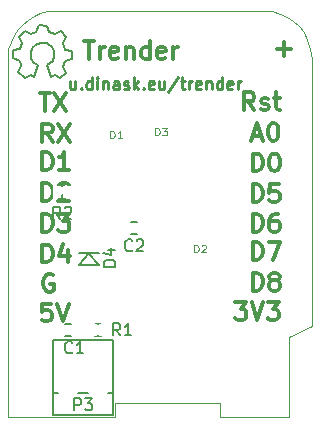
<source format=gto>
G04 #@! TF.FileFunction,Legend,Top*
%FSLAX46Y46*%
G04 Gerber Fmt 4.6, Leading zero omitted, Abs format (unit mm)*
G04 Created by KiCad (PCBNEW 4.0.2+dfsg1-2~bpo8+1-stable) date mer. 29 juin 2016 11:45:21 CEST*
%MOMM*%
G01*
G04 APERTURE LIST*
%ADD10C,0.100000*%
%ADD11C,0.300000*%
%ADD12C,0.250000*%
%ADD13C,0.150000*%
%ADD14C,0.050000*%
%ADD15R,2.200000X2.200000*%
%ADD16O,2.200000X2.200000*%
%ADD17R,1.000000X0.900000*%
%ADD18R,1.900000X1.400000*%
%ADD19O,1.906220X3.414980*%
%ADD20R,0.800000X1.000000*%
%ADD21R,2.099260X1.700480*%
G04 APERTURE END LIST*
D10*
D11*
X148780572Y-81641143D02*
X149923429Y-81641143D01*
X149352000Y-82212571D02*
X149352000Y-81069714D01*
X132398001Y-80966571D02*
X133255144Y-80966571D01*
X132826573Y-82466571D02*
X132826573Y-80966571D01*
X133755144Y-82466571D02*
X133755144Y-81466571D01*
X133755144Y-81752286D02*
X133826572Y-81609429D01*
X133898001Y-81538000D01*
X134040858Y-81466571D01*
X134183715Y-81466571D01*
X135255143Y-82395143D02*
X135112286Y-82466571D01*
X134826572Y-82466571D01*
X134683715Y-82395143D01*
X134612286Y-82252286D01*
X134612286Y-81680857D01*
X134683715Y-81538000D01*
X134826572Y-81466571D01*
X135112286Y-81466571D01*
X135255143Y-81538000D01*
X135326572Y-81680857D01*
X135326572Y-81823714D01*
X134612286Y-81966571D01*
X135969429Y-81466571D02*
X135969429Y-82466571D01*
X135969429Y-81609429D02*
X136040857Y-81538000D01*
X136183715Y-81466571D01*
X136398000Y-81466571D01*
X136540857Y-81538000D01*
X136612286Y-81680857D01*
X136612286Y-82466571D01*
X137969429Y-82466571D02*
X137969429Y-80966571D01*
X137969429Y-82395143D02*
X137826572Y-82466571D01*
X137540858Y-82466571D01*
X137398000Y-82395143D01*
X137326572Y-82323714D01*
X137255143Y-82180857D01*
X137255143Y-81752286D01*
X137326572Y-81609429D01*
X137398000Y-81538000D01*
X137540858Y-81466571D01*
X137826572Y-81466571D01*
X137969429Y-81538000D01*
X139255143Y-82395143D02*
X139112286Y-82466571D01*
X138826572Y-82466571D01*
X138683715Y-82395143D01*
X138612286Y-82252286D01*
X138612286Y-81680857D01*
X138683715Y-81538000D01*
X138826572Y-81466571D01*
X139112286Y-81466571D01*
X139255143Y-81538000D01*
X139326572Y-81680857D01*
X139326572Y-81823714D01*
X138612286Y-81966571D01*
X139969429Y-82466571D02*
X139969429Y-81466571D01*
X139969429Y-81752286D02*
X140040857Y-81609429D01*
X140112286Y-81538000D01*
X140255143Y-81466571D01*
X140398000Y-81466571D01*
D12*
X131691905Y-84367714D02*
X131691905Y-85034381D01*
X131263333Y-84367714D02*
X131263333Y-84891524D01*
X131310952Y-84986762D01*
X131406190Y-85034381D01*
X131549048Y-85034381D01*
X131644286Y-84986762D01*
X131691905Y-84939143D01*
X132168095Y-84939143D02*
X132215714Y-84986762D01*
X132168095Y-85034381D01*
X132120476Y-84986762D01*
X132168095Y-84939143D01*
X132168095Y-85034381D01*
X133072857Y-85034381D02*
X133072857Y-84034381D01*
X133072857Y-84986762D02*
X132977619Y-85034381D01*
X132787142Y-85034381D01*
X132691904Y-84986762D01*
X132644285Y-84939143D01*
X132596666Y-84843905D01*
X132596666Y-84558190D01*
X132644285Y-84462952D01*
X132691904Y-84415333D01*
X132787142Y-84367714D01*
X132977619Y-84367714D01*
X133072857Y-84415333D01*
X133549047Y-85034381D02*
X133549047Y-84367714D01*
X133549047Y-84034381D02*
X133501428Y-84082000D01*
X133549047Y-84129619D01*
X133596666Y-84082000D01*
X133549047Y-84034381D01*
X133549047Y-84129619D01*
X134025237Y-84367714D02*
X134025237Y-85034381D01*
X134025237Y-84462952D02*
X134072856Y-84415333D01*
X134168094Y-84367714D01*
X134310952Y-84367714D01*
X134406190Y-84415333D01*
X134453809Y-84510571D01*
X134453809Y-85034381D01*
X135358571Y-85034381D02*
X135358571Y-84510571D01*
X135310952Y-84415333D01*
X135215714Y-84367714D01*
X135025237Y-84367714D01*
X134929999Y-84415333D01*
X135358571Y-84986762D02*
X135263333Y-85034381D01*
X135025237Y-85034381D01*
X134929999Y-84986762D01*
X134882380Y-84891524D01*
X134882380Y-84796286D01*
X134929999Y-84701048D01*
X135025237Y-84653429D01*
X135263333Y-84653429D01*
X135358571Y-84605810D01*
X135787142Y-84986762D02*
X135882380Y-85034381D01*
X136072856Y-85034381D01*
X136168095Y-84986762D01*
X136215714Y-84891524D01*
X136215714Y-84843905D01*
X136168095Y-84748667D01*
X136072856Y-84701048D01*
X135929999Y-84701048D01*
X135834761Y-84653429D01*
X135787142Y-84558190D01*
X135787142Y-84510571D01*
X135834761Y-84415333D01*
X135929999Y-84367714D01*
X136072856Y-84367714D01*
X136168095Y-84415333D01*
X136644285Y-85034381D02*
X136644285Y-84034381D01*
X136739523Y-84653429D02*
X137025238Y-85034381D01*
X137025238Y-84367714D02*
X136644285Y-84748667D01*
X137453809Y-84939143D02*
X137501428Y-84986762D01*
X137453809Y-85034381D01*
X137406190Y-84986762D01*
X137453809Y-84939143D01*
X137453809Y-85034381D01*
X138310952Y-84986762D02*
X138215714Y-85034381D01*
X138025237Y-85034381D01*
X137929999Y-84986762D01*
X137882380Y-84891524D01*
X137882380Y-84510571D01*
X137929999Y-84415333D01*
X138025237Y-84367714D01*
X138215714Y-84367714D01*
X138310952Y-84415333D01*
X138358571Y-84510571D01*
X138358571Y-84605810D01*
X137882380Y-84701048D01*
X139215714Y-84367714D02*
X139215714Y-85034381D01*
X138787142Y-84367714D02*
X138787142Y-84891524D01*
X138834761Y-84986762D01*
X138929999Y-85034381D01*
X139072857Y-85034381D01*
X139168095Y-84986762D01*
X139215714Y-84939143D01*
X140406190Y-83986762D02*
X139549047Y-85272476D01*
X140596666Y-84367714D02*
X140977618Y-84367714D01*
X140739523Y-84034381D02*
X140739523Y-84891524D01*
X140787142Y-84986762D01*
X140882380Y-85034381D01*
X140977618Y-85034381D01*
X141310952Y-85034381D02*
X141310952Y-84367714D01*
X141310952Y-84558190D02*
X141358571Y-84462952D01*
X141406190Y-84415333D01*
X141501428Y-84367714D01*
X141596667Y-84367714D01*
X142310953Y-84986762D02*
X142215715Y-85034381D01*
X142025238Y-85034381D01*
X141930000Y-84986762D01*
X141882381Y-84891524D01*
X141882381Y-84510571D01*
X141930000Y-84415333D01*
X142025238Y-84367714D01*
X142215715Y-84367714D01*
X142310953Y-84415333D01*
X142358572Y-84510571D01*
X142358572Y-84605810D01*
X141882381Y-84701048D01*
X142787143Y-84367714D02*
X142787143Y-85034381D01*
X142787143Y-84462952D02*
X142834762Y-84415333D01*
X142930000Y-84367714D01*
X143072858Y-84367714D01*
X143168096Y-84415333D01*
X143215715Y-84510571D01*
X143215715Y-85034381D01*
X144120477Y-85034381D02*
X144120477Y-84034381D01*
X144120477Y-84986762D02*
X144025239Y-85034381D01*
X143834762Y-85034381D01*
X143739524Y-84986762D01*
X143691905Y-84939143D01*
X143644286Y-84843905D01*
X143644286Y-84558190D01*
X143691905Y-84462952D01*
X143739524Y-84415333D01*
X143834762Y-84367714D01*
X144025239Y-84367714D01*
X144120477Y-84415333D01*
X144977620Y-84986762D02*
X144882382Y-85034381D01*
X144691905Y-85034381D01*
X144596667Y-84986762D01*
X144549048Y-84891524D01*
X144549048Y-84510571D01*
X144596667Y-84415333D01*
X144691905Y-84367714D01*
X144882382Y-84367714D01*
X144977620Y-84415333D01*
X145025239Y-84510571D01*
X145025239Y-84605810D01*
X144549048Y-84701048D01*
X145453810Y-85034381D02*
X145453810Y-84367714D01*
X145453810Y-84558190D02*
X145501429Y-84462952D01*
X145549048Y-84415333D01*
X145644286Y-84367714D01*
X145739525Y-84367714D01*
D11*
X146828572Y-86778571D02*
X146328572Y-86064286D01*
X145971429Y-86778571D02*
X145971429Y-85278571D01*
X146542857Y-85278571D01*
X146685715Y-85350000D01*
X146757143Y-85421429D01*
X146828572Y-85564286D01*
X146828572Y-85778571D01*
X146757143Y-85921429D01*
X146685715Y-85992857D01*
X146542857Y-86064286D01*
X145971429Y-86064286D01*
X147400000Y-86707143D02*
X147542857Y-86778571D01*
X147828572Y-86778571D01*
X147971429Y-86707143D01*
X148042857Y-86564286D01*
X148042857Y-86492857D01*
X147971429Y-86350000D01*
X147828572Y-86278571D01*
X147614286Y-86278571D01*
X147471429Y-86207143D01*
X147400000Y-86064286D01*
X147400000Y-85992857D01*
X147471429Y-85850000D01*
X147614286Y-85778571D01*
X147828572Y-85778571D01*
X147971429Y-85850000D01*
X148471429Y-85778571D02*
X149042858Y-85778571D01*
X148685715Y-85278571D02*
X148685715Y-86564286D01*
X148757143Y-86707143D01*
X148900001Y-86778571D01*
X149042858Y-86778571D01*
X146728572Y-88950000D02*
X147442858Y-88950000D01*
X146585715Y-89378571D02*
X147085715Y-87878571D01*
X147585715Y-89378571D01*
X148371429Y-87878571D02*
X148514286Y-87878571D01*
X148657143Y-87950000D01*
X148728572Y-88021429D01*
X148800001Y-88164286D01*
X148871429Y-88450000D01*
X148871429Y-88807143D01*
X148800001Y-89092857D01*
X148728572Y-89235714D01*
X148657143Y-89307143D01*
X148514286Y-89378571D01*
X148371429Y-89378571D01*
X148228572Y-89307143D01*
X148157143Y-89235714D01*
X148085715Y-89092857D01*
X148014286Y-88807143D01*
X148014286Y-88450000D01*
X148085715Y-88164286D01*
X148157143Y-88021429D01*
X148228572Y-87950000D01*
X148371429Y-87878571D01*
X146692858Y-91978571D02*
X146692858Y-90478571D01*
X147050001Y-90478571D01*
X147264286Y-90550000D01*
X147407144Y-90692857D01*
X147478572Y-90835714D01*
X147550001Y-91121429D01*
X147550001Y-91335714D01*
X147478572Y-91621429D01*
X147407144Y-91764286D01*
X147264286Y-91907143D01*
X147050001Y-91978571D01*
X146692858Y-91978571D01*
X148478572Y-90478571D02*
X148621429Y-90478571D01*
X148764286Y-90550000D01*
X148835715Y-90621429D01*
X148907144Y-90764286D01*
X148978572Y-91050000D01*
X148978572Y-91407143D01*
X148907144Y-91692857D01*
X148835715Y-91835714D01*
X148764286Y-91907143D01*
X148621429Y-91978571D01*
X148478572Y-91978571D01*
X148335715Y-91907143D01*
X148264286Y-91835714D01*
X148192858Y-91692857D01*
X148121429Y-91407143D01*
X148121429Y-91050000D01*
X148192858Y-90764286D01*
X148264286Y-90621429D01*
X148335715Y-90550000D01*
X148478572Y-90478571D01*
X146692858Y-94578571D02*
X146692858Y-93078571D01*
X147050001Y-93078571D01*
X147264286Y-93150000D01*
X147407144Y-93292857D01*
X147478572Y-93435714D01*
X147550001Y-93721429D01*
X147550001Y-93935714D01*
X147478572Y-94221429D01*
X147407144Y-94364286D01*
X147264286Y-94507143D01*
X147050001Y-94578571D01*
X146692858Y-94578571D01*
X148907144Y-93078571D02*
X148192858Y-93078571D01*
X148121429Y-93792857D01*
X148192858Y-93721429D01*
X148335715Y-93650000D01*
X148692858Y-93650000D01*
X148835715Y-93721429D01*
X148907144Y-93792857D01*
X148978572Y-93935714D01*
X148978572Y-94292857D01*
X148907144Y-94435714D01*
X148835715Y-94507143D01*
X148692858Y-94578571D01*
X148335715Y-94578571D01*
X148192858Y-94507143D01*
X148121429Y-94435714D01*
X146692858Y-97078571D02*
X146692858Y-95578571D01*
X147050001Y-95578571D01*
X147264286Y-95650000D01*
X147407144Y-95792857D01*
X147478572Y-95935714D01*
X147550001Y-96221429D01*
X147550001Y-96435714D01*
X147478572Y-96721429D01*
X147407144Y-96864286D01*
X147264286Y-97007143D01*
X147050001Y-97078571D01*
X146692858Y-97078571D01*
X148835715Y-95578571D02*
X148550001Y-95578571D01*
X148407144Y-95650000D01*
X148335715Y-95721429D01*
X148192858Y-95935714D01*
X148121429Y-96221429D01*
X148121429Y-96792857D01*
X148192858Y-96935714D01*
X148264286Y-97007143D01*
X148407144Y-97078571D01*
X148692858Y-97078571D01*
X148835715Y-97007143D01*
X148907144Y-96935714D01*
X148978572Y-96792857D01*
X148978572Y-96435714D01*
X148907144Y-96292857D01*
X148835715Y-96221429D01*
X148692858Y-96150000D01*
X148407144Y-96150000D01*
X148264286Y-96221429D01*
X148192858Y-96292857D01*
X148121429Y-96435714D01*
X146692858Y-99478571D02*
X146692858Y-97978571D01*
X147050001Y-97978571D01*
X147264286Y-98050000D01*
X147407144Y-98192857D01*
X147478572Y-98335714D01*
X147550001Y-98621429D01*
X147550001Y-98835714D01*
X147478572Y-99121429D01*
X147407144Y-99264286D01*
X147264286Y-99407143D01*
X147050001Y-99478571D01*
X146692858Y-99478571D01*
X148050001Y-97978571D02*
X149050001Y-97978571D01*
X148407144Y-99478571D01*
X146692858Y-102078571D02*
X146692858Y-100578571D01*
X147050001Y-100578571D01*
X147264286Y-100650000D01*
X147407144Y-100792857D01*
X147478572Y-100935714D01*
X147550001Y-101221429D01*
X147550001Y-101435714D01*
X147478572Y-101721429D01*
X147407144Y-101864286D01*
X147264286Y-102007143D01*
X147050001Y-102078571D01*
X146692858Y-102078571D01*
X148407144Y-101221429D02*
X148264286Y-101150000D01*
X148192858Y-101078571D01*
X148121429Y-100935714D01*
X148121429Y-100864286D01*
X148192858Y-100721429D01*
X148264286Y-100650000D01*
X148407144Y-100578571D01*
X148692858Y-100578571D01*
X148835715Y-100650000D01*
X148907144Y-100721429D01*
X148978572Y-100864286D01*
X148978572Y-100935714D01*
X148907144Y-101078571D01*
X148835715Y-101150000D01*
X148692858Y-101221429D01*
X148407144Y-101221429D01*
X148264286Y-101292857D01*
X148192858Y-101364286D01*
X148121429Y-101507143D01*
X148121429Y-101792857D01*
X148192858Y-101935714D01*
X148264286Y-102007143D01*
X148407144Y-102078571D01*
X148692858Y-102078571D01*
X148835715Y-102007143D01*
X148907144Y-101935714D01*
X148978572Y-101792857D01*
X148978572Y-101507143D01*
X148907144Y-101364286D01*
X148835715Y-101292857D01*
X148692858Y-101221429D01*
X145242858Y-103078571D02*
X146171429Y-103078571D01*
X145671429Y-103650000D01*
X145885715Y-103650000D01*
X146028572Y-103721429D01*
X146100001Y-103792857D01*
X146171429Y-103935714D01*
X146171429Y-104292857D01*
X146100001Y-104435714D01*
X146028572Y-104507143D01*
X145885715Y-104578571D01*
X145457143Y-104578571D01*
X145314286Y-104507143D01*
X145242858Y-104435714D01*
X146600000Y-103078571D02*
X147100000Y-104578571D01*
X147600000Y-103078571D01*
X147957143Y-103078571D02*
X148885714Y-103078571D01*
X148385714Y-103650000D01*
X148600000Y-103650000D01*
X148742857Y-103721429D01*
X148814286Y-103792857D01*
X148885714Y-103935714D01*
X148885714Y-104292857D01*
X148814286Y-104435714D01*
X148742857Y-104507143D01*
X148600000Y-104578571D01*
X148171428Y-104578571D01*
X148028571Y-104507143D01*
X147957143Y-104435714D01*
X128657143Y-85378571D02*
X129514286Y-85378571D01*
X129085715Y-86878571D02*
X129085715Y-85378571D01*
X129871429Y-85378571D02*
X130871429Y-86878571D01*
X130871429Y-85378571D02*
X129871429Y-86878571D01*
X129750001Y-89478571D02*
X129250001Y-88764286D01*
X128892858Y-89478571D02*
X128892858Y-87978571D01*
X129464286Y-87978571D01*
X129607144Y-88050000D01*
X129678572Y-88121429D01*
X129750001Y-88264286D01*
X129750001Y-88478571D01*
X129678572Y-88621429D01*
X129607144Y-88692857D01*
X129464286Y-88764286D01*
X128892858Y-88764286D01*
X130250001Y-87978571D02*
X131250001Y-89478571D01*
X131250001Y-87978571D02*
X130250001Y-89478571D01*
X128892858Y-91878571D02*
X128892858Y-90378571D01*
X129250001Y-90378571D01*
X129464286Y-90450000D01*
X129607144Y-90592857D01*
X129678572Y-90735714D01*
X129750001Y-91021429D01*
X129750001Y-91235714D01*
X129678572Y-91521429D01*
X129607144Y-91664286D01*
X129464286Y-91807143D01*
X129250001Y-91878571D01*
X128892858Y-91878571D01*
X131178572Y-91878571D02*
X130321429Y-91878571D01*
X130750001Y-91878571D02*
X130750001Y-90378571D01*
X130607144Y-90592857D01*
X130464286Y-90735714D01*
X130321429Y-90807143D01*
X128892858Y-94478571D02*
X128892858Y-92978571D01*
X129250001Y-92978571D01*
X129464286Y-93050000D01*
X129607144Y-93192857D01*
X129678572Y-93335714D01*
X129750001Y-93621429D01*
X129750001Y-93835714D01*
X129678572Y-94121429D01*
X129607144Y-94264286D01*
X129464286Y-94407143D01*
X129250001Y-94478571D01*
X128892858Y-94478571D01*
X130321429Y-93121429D02*
X130392858Y-93050000D01*
X130535715Y-92978571D01*
X130892858Y-92978571D01*
X131035715Y-93050000D01*
X131107144Y-93121429D01*
X131178572Y-93264286D01*
X131178572Y-93407143D01*
X131107144Y-93621429D01*
X130250001Y-94478571D01*
X131178572Y-94478571D01*
X128892858Y-97078571D02*
X128892858Y-95578571D01*
X129250001Y-95578571D01*
X129464286Y-95650000D01*
X129607144Y-95792857D01*
X129678572Y-95935714D01*
X129750001Y-96221429D01*
X129750001Y-96435714D01*
X129678572Y-96721429D01*
X129607144Y-96864286D01*
X129464286Y-97007143D01*
X129250001Y-97078571D01*
X128892858Y-97078571D01*
X130250001Y-95578571D02*
X131178572Y-95578571D01*
X130678572Y-96150000D01*
X130892858Y-96150000D01*
X131035715Y-96221429D01*
X131107144Y-96292857D01*
X131178572Y-96435714D01*
X131178572Y-96792857D01*
X131107144Y-96935714D01*
X131035715Y-97007143D01*
X130892858Y-97078571D01*
X130464286Y-97078571D01*
X130321429Y-97007143D01*
X130250001Y-96935714D01*
X128892858Y-99678571D02*
X128892858Y-98178571D01*
X129250001Y-98178571D01*
X129464286Y-98250000D01*
X129607144Y-98392857D01*
X129678572Y-98535714D01*
X129750001Y-98821429D01*
X129750001Y-99035714D01*
X129678572Y-99321429D01*
X129607144Y-99464286D01*
X129464286Y-99607143D01*
X129250001Y-99678571D01*
X128892858Y-99678571D01*
X131035715Y-98678571D02*
X131035715Y-99678571D01*
X130678572Y-98107143D02*
X130321429Y-99178571D01*
X131250001Y-99178571D01*
X129792857Y-100750000D02*
X129650000Y-100678571D01*
X129435714Y-100678571D01*
X129221429Y-100750000D01*
X129078571Y-100892857D01*
X129007143Y-101035714D01*
X128935714Y-101321429D01*
X128935714Y-101535714D01*
X129007143Y-101821429D01*
X129078571Y-101964286D01*
X129221429Y-102107143D01*
X129435714Y-102178571D01*
X129578571Y-102178571D01*
X129792857Y-102107143D01*
X129864286Y-102035714D01*
X129864286Y-101535714D01*
X129578571Y-101535714D01*
X129614287Y-103178571D02*
X128900001Y-103178571D01*
X128828572Y-103892857D01*
X128900001Y-103821429D01*
X129042858Y-103750000D01*
X129400001Y-103750000D01*
X129542858Y-103821429D01*
X129614287Y-103892857D01*
X129685715Y-104035714D01*
X129685715Y-104392857D01*
X129614287Y-104535714D01*
X129542858Y-104607143D01*
X129400001Y-104678571D01*
X129042858Y-104678571D01*
X128900001Y-104607143D01*
X128828572Y-104535714D01*
X130114286Y-103178571D02*
X130614286Y-104678571D01*
X131114286Y-103178571D01*
D10*
X149762480Y-106014181D02*
X149800000Y-112800000D01*
X151706026Y-105053285D02*
X149762480Y-106014181D01*
X151681078Y-82498193D02*
X151706026Y-105053285D01*
X151565482Y-81605425D02*
X151681078Y-82498193D01*
X151337122Y-80850387D02*
X151565482Y-81605425D01*
X151009595Y-80218540D02*
X151337122Y-80850387D01*
X150596503Y-79695342D02*
X151009595Y-80218540D01*
X150111445Y-79266257D02*
X150596503Y-79695342D01*
X149568018Y-78916742D02*
X150111445Y-79266257D01*
X148979824Y-78632259D02*
X149568018Y-78916742D01*
X148360460Y-78398266D02*
X148979824Y-78632259D01*
X129322547Y-78427024D02*
X148360460Y-78398266D01*
X128724750Y-78612690D02*
X129322547Y-78427024D01*
X128180560Y-78859623D02*
X128724750Y-78612690D01*
X127689488Y-79167259D02*
X128180560Y-78859623D01*
X127251047Y-79535048D02*
X127689488Y-79167259D01*
X126864747Y-79962423D02*
X127251047Y-79535048D01*
X126530099Y-80448833D02*
X126864747Y-79962423D01*
X126246616Y-80993714D02*
X126530099Y-80448833D01*
X126013805Y-81596507D02*
X126246616Y-80993714D01*
X125999807Y-112766658D02*
X126013805Y-81596507D01*
X135080603Y-112792736D02*
X125999807Y-112766658D01*
X135078627Y-111590483D02*
X135080603Y-112792736D01*
X143909849Y-111583795D02*
X135078627Y-111590483D01*
X143900000Y-112800000D02*
X143909849Y-111583795D01*
X149800000Y-112800000D02*
X143900000Y-112800000D01*
D13*
X127119460Y-83029640D02*
X126860380Y-83590980D01*
X126860380Y-83590980D02*
X127398860Y-84109140D01*
X127398860Y-84109140D02*
X127919560Y-83839900D01*
X127919560Y-83839900D02*
X128198960Y-83999920D01*
X129639140Y-83979600D02*
X129969340Y-83789100D01*
X129969340Y-83789100D02*
X130408760Y-84119300D01*
X130408760Y-84119300D02*
X130881200Y-83629080D01*
X130881200Y-83629080D02*
X130599260Y-83149020D01*
X130599260Y-83149020D02*
X130789760Y-82679120D01*
X130789760Y-82679120D02*
X131399360Y-82491160D01*
X131399360Y-82491160D02*
X131399360Y-81810440D01*
X131399360Y-81810440D02*
X130840560Y-81670740D01*
X130840560Y-81670740D02*
X130639900Y-81099240D01*
X130639900Y-81099240D02*
X130909140Y-80629340D01*
X130909140Y-80629340D02*
X130439240Y-80118800D01*
X130439240Y-80118800D02*
X129921080Y-80380420D01*
X129921080Y-80380420D02*
X129451180Y-80179760D01*
X129451180Y-80179760D02*
X129281000Y-79638740D01*
X129281000Y-79638740D02*
X128590120Y-79620960D01*
X128590120Y-79620960D02*
X128379300Y-80169600D01*
X128379300Y-80169600D02*
X127960200Y-80339780D01*
X127960200Y-80339780D02*
X127409020Y-80070540D01*
X127409020Y-80070540D02*
X126890860Y-80598860D01*
X126890860Y-80598860D02*
X127139780Y-81139880D01*
X127139780Y-81139880D02*
X126969600Y-81619940D01*
X126969600Y-81619940D02*
X126420960Y-81719000D01*
X126420960Y-81719000D02*
X126410800Y-82420040D01*
X126410800Y-82420040D02*
X126969600Y-82620700D01*
X126969600Y-82620700D02*
X127109300Y-83019480D01*
X129250520Y-82999160D02*
X129550240Y-82849300D01*
X129550240Y-82849300D02*
X129750900Y-82651180D01*
X129750900Y-82651180D02*
X129900760Y-82249860D01*
X129900760Y-82249860D02*
X129900760Y-81851080D01*
X129900760Y-81851080D02*
X129750900Y-81500560D01*
X129750900Y-81500560D02*
X129298780Y-81150040D01*
X129298780Y-81150040D02*
X128849200Y-81099240D01*
X128849200Y-81099240D02*
X128450420Y-81200840D01*
X128450420Y-81200840D02*
X128049100Y-81548820D01*
X128049100Y-81548820D02*
X127899240Y-82000940D01*
X127899240Y-82000940D02*
X127950040Y-82498780D01*
X127950040Y-82498780D02*
X128198960Y-82801040D01*
X128198960Y-82801040D02*
X128549480Y-82999160D01*
X128549480Y-82999160D02*
X128198960Y-83999920D01*
X129250520Y-82999160D02*
X129649300Y-83999920D01*
X130814000Y-105885000D02*
X131314000Y-105885000D01*
X131314000Y-104935000D02*
X130814000Y-104935000D01*
X129794000Y-110744000D02*
X134874000Y-110744000D01*
X129794000Y-106299000D02*
X134874000Y-106299000D01*
X134874000Y-112649000D02*
X129794000Y-112649000D01*
X134874000Y-112649000D02*
X134874000Y-106299000D01*
X129794000Y-112649000D02*
X129794000Y-106299000D01*
X133354000Y-105935000D02*
X133854000Y-105935000D01*
X133854000Y-104885000D02*
X133354000Y-104885000D01*
X136402000Y-97249000D02*
X136902000Y-97249000D01*
X136902000Y-96299000D02*
X136402000Y-96299000D01*
X130306000Y-94251000D02*
X130806000Y-94251000D01*
X130806000Y-93201000D02*
X130306000Y-93201000D01*
X132791200Y-98913760D02*
X133692000Y-99914520D01*
X133692000Y-99914520D02*
X131992000Y-99914520D01*
X131992000Y-99914520D02*
X132842000Y-98913760D01*
X133692000Y-98913760D02*
X131992000Y-98913760D01*
X131405334Y-107291143D02*
X131357715Y-107338762D01*
X131214858Y-107386381D01*
X131119620Y-107386381D01*
X130976762Y-107338762D01*
X130881524Y-107243524D01*
X130833905Y-107148286D01*
X130786286Y-106957810D01*
X130786286Y-106814952D01*
X130833905Y-106624476D01*
X130881524Y-106529238D01*
X130976762Y-106434000D01*
X131119620Y-106386381D01*
X131214858Y-106386381D01*
X131357715Y-106434000D01*
X131405334Y-106481619D01*
X132357715Y-107386381D02*
X131786286Y-107386381D01*
X132072000Y-107386381D02*
X132072000Y-106386381D01*
X131976762Y-106529238D01*
X131881524Y-106624476D01*
X131786286Y-106672095D01*
D14*
X134655619Y-89189524D02*
X134655619Y-88549524D01*
X134808000Y-88549524D01*
X134899428Y-88580000D01*
X134960381Y-88640952D01*
X134990857Y-88701905D01*
X135021333Y-88823810D01*
X135021333Y-88915238D01*
X134990857Y-89037143D01*
X134960381Y-89098095D01*
X134899428Y-89159048D01*
X134808000Y-89189524D01*
X134655619Y-89189524D01*
X135630857Y-89189524D02*
X135265143Y-89189524D01*
X135448000Y-89189524D02*
X135448000Y-88549524D01*
X135387048Y-88640952D01*
X135326095Y-88701905D01*
X135265143Y-88732381D01*
X141767619Y-98841524D02*
X141767619Y-98201524D01*
X141920000Y-98201524D01*
X142011428Y-98232000D01*
X142072381Y-98292952D01*
X142102857Y-98353905D01*
X142133333Y-98475810D01*
X142133333Y-98567238D01*
X142102857Y-98689143D01*
X142072381Y-98750095D01*
X142011428Y-98811048D01*
X141920000Y-98841524D01*
X141767619Y-98841524D01*
X142377143Y-98262476D02*
X142407619Y-98232000D01*
X142468571Y-98201524D01*
X142620952Y-98201524D01*
X142681905Y-98232000D01*
X142712381Y-98262476D01*
X142742857Y-98323429D01*
X142742857Y-98384381D01*
X142712381Y-98475810D01*
X142346667Y-98841524D01*
X142742857Y-98841524D01*
X138465619Y-88935524D02*
X138465619Y-88295524D01*
X138618000Y-88295524D01*
X138709428Y-88326000D01*
X138770381Y-88386952D01*
X138800857Y-88447905D01*
X138831333Y-88569810D01*
X138831333Y-88661238D01*
X138800857Y-88783143D01*
X138770381Y-88844095D01*
X138709428Y-88905048D01*
X138618000Y-88935524D01*
X138465619Y-88935524D01*
X139044667Y-88295524D02*
X139440857Y-88295524D01*
X139227524Y-88539333D01*
X139318952Y-88539333D01*
X139379905Y-88569810D01*
X139410381Y-88600286D01*
X139440857Y-88661238D01*
X139440857Y-88813619D01*
X139410381Y-88874571D01*
X139379905Y-88905048D01*
X139318952Y-88935524D01*
X139136095Y-88935524D01*
X139075143Y-88905048D01*
X139044667Y-88874571D01*
D13*
X131595905Y-112212381D02*
X131595905Y-111212381D01*
X131976858Y-111212381D01*
X132072096Y-111260000D01*
X132119715Y-111307619D01*
X132167334Y-111402857D01*
X132167334Y-111545714D01*
X132119715Y-111640952D01*
X132072096Y-111688571D01*
X131976858Y-111736190D01*
X131595905Y-111736190D01*
X132500667Y-111212381D02*
X133119715Y-111212381D01*
X132786381Y-111593333D01*
X132929239Y-111593333D01*
X133024477Y-111640952D01*
X133072096Y-111688571D01*
X133119715Y-111783810D01*
X133119715Y-112021905D01*
X133072096Y-112117143D01*
X133024477Y-112164762D01*
X132929239Y-112212381D01*
X132643524Y-112212381D01*
X132548286Y-112164762D01*
X132500667Y-112117143D01*
X135469334Y-105862381D02*
X135136000Y-105386190D01*
X134897905Y-105862381D02*
X134897905Y-104862381D01*
X135278858Y-104862381D01*
X135374096Y-104910000D01*
X135421715Y-104957619D01*
X135469334Y-105052857D01*
X135469334Y-105195714D01*
X135421715Y-105290952D01*
X135374096Y-105338571D01*
X135278858Y-105386190D01*
X134897905Y-105386190D01*
X136421715Y-105862381D02*
X135850286Y-105862381D01*
X136136000Y-105862381D02*
X136136000Y-104862381D01*
X136040762Y-105005238D01*
X135945524Y-105100476D01*
X135850286Y-105148095D01*
X136485334Y-98655143D02*
X136437715Y-98702762D01*
X136294858Y-98750381D01*
X136199620Y-98750381D01*
X136056762Y-98702762D01*
X135961524Y-98607524D01*
X135913905Y-98512286D01*
X135866286Y-98321810D01*
X135866286Y-98178952D01*
X135913905Y-97988476D01*
X135961524Y-97893238D01*
X136056762Y-97798000D01*
X136199620Y-97750381D01*
X136294858Y-97750381D01*
X136437715Y-97798000D01*
X136485334Y-97845619D01*
X136866286Y-97845619D02*
X136913905Y-97798000D01*
X137009143Y-97750381D01*
X137247239Y-97750381D01*
X137342477Y-97798000D01*
X137390096Y-97845619D01*
X137437715Y-97940857D01*
X137437715Y-98036095D01*
X137390096Y-98178952D01*
X136818667Y-98750381D01*
X137437715Y-98750381D01*
X130389334Y-95978381D02*
X130056000Y-95502190D01*
X129817905Y-95978381D02*
X129817905Y-94978381D01*
X130198858Y-94978381D01*
X130294096Y-95026000D01*
X130341715Y-95073619D01*
X130389334Y-95168857D01*
X130389334Y-95311714D01*
X130341715Y-95406952D01*
X130294096Y-95454571D01*
X130198858Y-95502190D01*
X129817905Y-95502190D01*
X130770286Y-95073619D02*
X130817905Y-95026000D01*
X130913143Y-94978381D01*
X131151239Y-94978381D01*
X131246477Y-95026000D01*
X131294096Y-95073619D01*
X131341715Y-95168857D01*
X131341715Y-95264095D01*
X131294096Y-95406952D01*
X130722667Y-95978381D01*
X131341715Y-95978381D01*
X135072381Y-100052095D02*
X134072381Y-100052095D01*
X134072381Y-99814000D01*
X134120000Y-99671142D01*
X134215238Y-99575904D01*
X134310476Y-99528285D01*
X134500952Y-99480666D01*
X134643810Y-99480666D01*
X134834286Y-99528285D01*
X134929524Y-99575904D01*
X135024762Y-99671142D01*
X135072381Y-99814000D01*
X135072381Y-100052095D01*
X134405714Y-98623523D02*
X135072381Y-98623523D01*
X134024762Y-98861619D02*
X134739048Y-99099714D01*
X134739048Y-98480666D01*
%LPC*%
D15*
X127490000Y-103950000D03*
D16*
X127490000Y-101410000D03*
X127490000Y-98870000D03*
X127490000Y-96330000D03*
X127490000Y-93790000D03*
X127490000Y-91250000D03*
X127490000Y-88710000D03*
X127490000Y-86170000D03*
D15*
X150350000Y-103950000D03*
D16*
X150350000Y-101410000D03*
X150350000Y-98870000D03*
X150350000Y-96330000D03*
X150350000Y-93790000D03*
X150350000Y-91250000D03*
X150350000Y-88710000D03*
X150350000Y-86170000D03*
D17*
X131614000Y-105410000D03*
X130514000Y-105410000D03*
D18*
X137578000Y-93548000D03*
X132678000Y-93548000D03*
X137578000Y-90348000D03*
X132678000Y-90348000D03*
X144690000Y-96850000D03*
X139790000Y-96850000D03*
X144690000Y-93650000D03*
X139790000Y-93650000D03*
X144690000Y-90246000D03*
X139790000Y-90246000D03*
X144690000Y-87046000D03*
X139790000Y-87046000D03*
D19*
X133604000Y-109474000D03*
X131064000Y-109474000D03*
D20*
X134054000Y-105410000D03*
X133154000Y-105410000D03*
D17*
X137202000Y-96774000D03*
X136102000Y-96774000D03*
D20*
X131006000Y-93726000D03*
X130106000Y-93726000D03*
D21*
X132842000Y-97563940D03*
X132842000Y-101064060D03*
D19*
X147320000Y-81788000D03*
X144780000Y-81788000D03*
X142240000Y-81788000D03*
M02*

</source>
